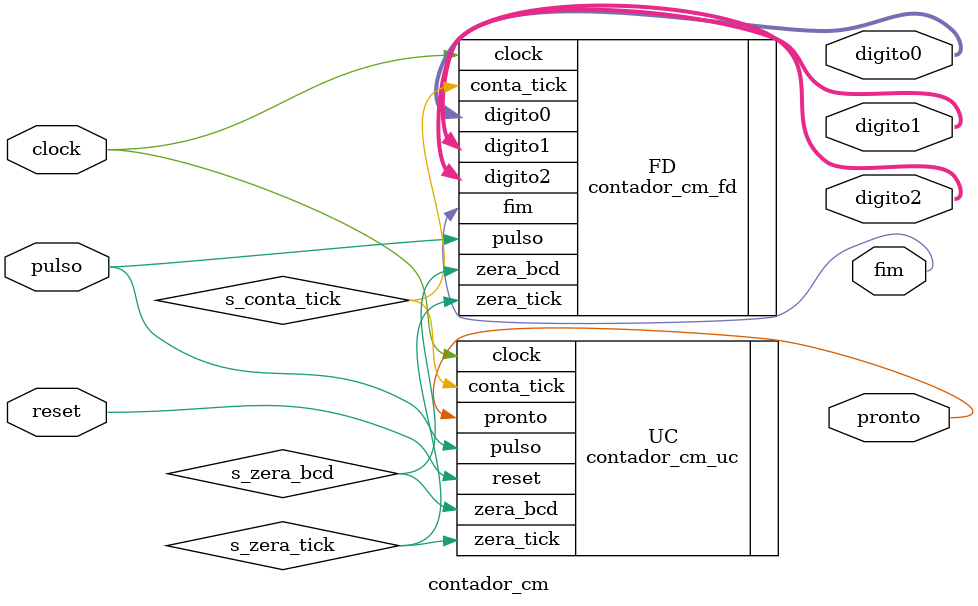
<source format=v>
/* --------------------------------------------------------------------------
 *  Arquivo   : contador_cm.v
 * --------------------------------------------------------------------------
 *  Descricao : componente de contagem de cm 
 *
 *              componente parametrizado em funcao de clocks/cm
 *            
 * --------------------------------------------------------------------------
 *  Revisoes  :
 *      Data        Versao  Autor             Descricao
 *      07/09/2024  1.0     Edson Midorikawa  versao em Verilog
 * --------------------------------------------------------------------------
 */
 
module contador_cm #(
    parameter R = 10,  // razão de clocks por cm
    parameter N = 4    // teto(log2(R))
) (
    input wire        clock,
    input wire        reset,
    input wire        pulso,
    output wire [3:0] digito0,
    output wire [3:0] digito1,
    output wire [3:0] digito2,
    output wire       fim,
    output wire       pronto
);

    // Sinais internos
    wire s_zera_tick;
    wire s_conta_tick;
    wire s_zera_bcd;

    // Instanciação do contador_cm_fd
    contador_cm_fd #(
        .R(R), 
        .N(N)
    ) FD (
        .clock     (clock       ),
        .pulso     (pulso       ),
        .zera_tick (s_zera_tick ),
        .conta_tick(s_conta_tick),
        .zera_bcd  (s_zera_bcd  ),
        .digito0   (digito0     ),
        .digito1   (digito1     ),
        .digito2   (digito2     ),
        .fim       (fim         )
    );

    // Instanciação do contador_cm_uc
    contador_cm_uc UC (
        .clock     (clock       ),
        .reset     (reset       ),
        .pulso     (pulso       ),
        .zera_tick (s_zera_tick ),
        .conta_tick(s_conta_tick),
        .zera_bcd  (s_zera_bcd  ),
        .pronto    (pronto      )
    );

endmodule
</source>
